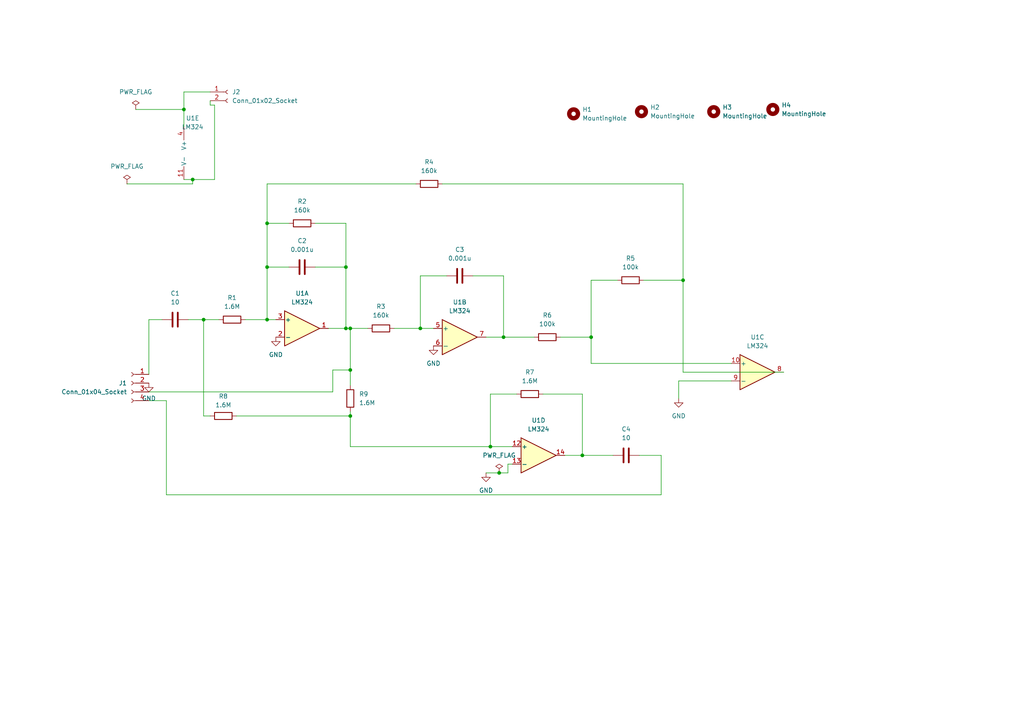
<source format=kicad_sch>
(kicad_sch (version 20230121) (generator eeschema)
  (paper "A4")
  (lib_symbols
    (symbol "Amplifier_Operational:LM324" (pin_names (offset 0.127))
      (property "Reference" "U" (at 0 5.08 0))
      (property "Value" "LM324" (at 0 -5.08 0))
      (symbol "LM324_1_1"
        (polyline (pts (xy -5.08 5.08) (xy 5.08 0) (xy -5.08 -5.08) (xy -5.08 5.08)) (stroke (width 0.254)) (fill (type background)))
        (pin output line (at 7.62 0 180) (length 2.54) (name "~") (number "1"))
        (pin input line (at -7.62 -2.54 0) (length 2.54) (name "-") (number "2"))
        (pin input line (at -7.62 2.54 0) (length 2.54) (name "+") (number "3"))
      )
      (symbol "LM324_2_1"
        (polyline (pts (xy -5.08 5.08) (xy 5.08 0) (xy -5.08 -5.08) (xy -5.08 5.08)) (stroke (width 0.254)) (fill (type background)))
        (pin input line (at -7.62 2.54 0) (length 2.54) (name "+") (number "5"))
        (pin input line (at -7.62 -2.54 0) (length 2.54) (name "-") (number "6"))
        (pin output line (at 7.62 0 180) (length 2.54) (name "~") (number "7"))
      )
      (symbol "LM324_3_1"
        (polyline (pts (xy -5.08 5.08) (xy 5.08 0) (xy -5.08 -5.08) (xy -5.08 5.08)) (stroke (width 0.254)) (fill (type background)))
        (pin input line (at -7.62 2.54 0) (length 2.54) (name "+") (number "10"))
        (pin output line (at 7.62 0 180) (length 2.54) (name "~") (number "8"))
        (pin input line (at -7.62 -2.54 0) (length 2.54) (name "-") (number "9"))
      )
      (symbol "LM324_4_1"
        (polyline (pts (xy -5.08 5.08) (xy 5.08 0) (xy -5.08 -5.08) (xy -5.08 5.08)) (stroke (width 0.254)) (fill (type background)))
        (pin input line (at -7.62 2.54 0) (length 2.54) (name "+") (number "12"))
        (pin input line (at -7.62 -2.54 0) (length 2.54) (name "-") (number "13"))
        (pin output line (at 7.62 0 180) (length 2.54) (name "~") (number "14"))
      )
      (symbol "LM324_5_1"
        (pin power_in line (at -2.54 -7.62 90) (length 3.81) (name "V-") (number "11"))
        (pin power_in line (at -2.54 7.62 270) (length 3.81) (name "V+") (number "4"))
      )
    )
    (symbol "Connector:Conn_01x02_Socket" (pin_names (offset 1.016) hide)
      (property "Reference" "J" (at 0 2.54 0))
      (property "Value" "Conn_01x02_Socket" (at 0 -5.08 0))
      (symbol "Conn_01x02_Socket_1_1"
        (arc (start 0 -2.032) (mid -0.5058 -2.54) (end 0 -3.048) (stroke (width 0.1524)))
        (polyline (pts (xy -1.27 -2.54) (xy -0.508 -2.54)) (stroke (width 0.1524)))
        (polyline (pts (xy -1.27 0) (xy -0.508 0)) (stroke (width 0.1524)))
        (arc (start 0 0.508) (mid -0.5058 0) (end 0 -0.508) (stroke (width 0.1524)))
        (pin passive line (at -5.08 0 0) (length 3.81) (name "Pin_1") (number "1"))
        (pin passive line (at -5.08 -2.54 0) (length 3.81) (name "Pin_2") (number "2"))
      )
    )
    (symbol "Connector:Conn_01x04_Socket" (pin_names (offset 1.016) hide)
      (property "Reference" "J" (at 0 5.08 0))
      (property "Value" "Conn_01x04_Socket" (at 0 -7.62 0))
      (symbol "Conn_01x04_Socket_1_1"
        (arc (start 0 -4.572) (mid -0.5058 -5.08) (end 0 -5.588) (stroke (width 0.1524)))
        (arc (start 0 -2.032) (mid -0.5058 -2.54) (end 0 -3.048) (stroke (width 0.1524)))
        (polyline (pts (xy -1.27 -5.08) (xy -0.508 -5.08)) (stroke (width 0.1524)))
        (polyline (pts (xy -1.27 -2.54) (xy -0.508 -2.54)) (stroke (width 0.1524)))
        (polyline (pts (xy -1.27 0) (xy -0.508 0)) (stroke (width 0.1524)))
        (polyline (pts (xy -1.27 2.54) (xy -0.508 2.54)) (stroke (width 0.1524)))
        (arc (start 0 0.508) (mid -0.5058 0) (end 0 -0.508) (stroke (width 0.1524)))
        (arc (start 0 3.048) (mid -0.5058 2.54) (end 0 2.032) (stroke (width 0.1524)))
        (pin passive line (at -5.08 2.54 0) (length 3.81) (name "Pin_1") (number "1"))
        (pin passive line (at -5.08 0 0) (length 3.81) (name "Pin_2") (number "2"))
        (pin passive line (at -5.08 -2.54 0) (length 3.81) (name "Pin_3") (number "3"))
        (pin passive line (at -5.08 -5.08 0) (length 3.81) (name "Pin_4") (number "4"))
      )
    )
    (symbol "Device:C" (pin_numbers hide) (pin_names (offset 0.254))
      (property "Reference" "C" (at 0.635 2.54 0))
      (property "Value" "C" (at 0.635 -2.54 0))
      (symbol "C_0_1"
        (polyline (pts (xy -2.032 -0.762) (xy 2.032 -0.762)) (stroke (width 0.508)))
        (polyline (pts (xy -2.032 0.762) (xy 2.032 0.762)) (stroke (width 0.508)))
      )
      (symbol "C_1_1"
        (pin passive line (at 0 3.81 270) (length 2.794) (name "~") (number "1"))
        (pin passive line (at 0 -3.81 90) (length 2.794) (name "~") (number "2"))
      )
    )
    (symbol "Device:R" (pin_numbers hide) (pin_names (offset 0))
      (property "Reference" "R" (at 2.032 0 90))
      (property "Value" "R" (at 0 0 90))
      (symbol "R_0_1"
        (rectangle (start -1.016 -2.54) (end 1.016 2.54) (stroke (width 0.254)))
      )
      (symbol "R_1_1"
        (pin passive line (at 0 3.81 270) (length 1.27) (name "~") (number "1"))
        (pin passive line (at 0 -3.81 90) (length 1.27) (name "~") (number "2"))
      )
    )
    (symbol "Mechanical:MountingHole" (pin_names (offset 1.016))
      (property "Reference" "H" (at 0 5.08 0))
      (property "Value" "MountingHole" (at 0 3.175 0))
      (symbol "MountingHole_0_1"
        (circle (center 0 0) (radius 1.27) (stroke (width 1.27)))
      )
    )
    (symbol "power:GND" (power) (pin_names (offset 0))
      (property "Value" "GND" (at 0 -3.81 0))
      (symbol "GND_0_1"
        (polyline (pts (xy 0 0) (xy 0 -1.27) (xy 1.27 -1.27) (xy 0 -2.54) (xy -1.27 -1.27) (xy 0 -1.27)))
      )
      (symbol "GND_1_1"
        (pin power_in line (at 0 0 270) (length 0) hide (name "GND") (number "1"))
      )
    )
    (symbol "power:PWR_FLAG" (power) (pin_numbers hide) (pin_names (offset 0) hide)
      (property "Value" "PWR_FLAG" (at 0 3.81 0))
      (symbol "PWR_FLAG_0_0"
        (pin power_out line (at 0 0 90) (length 0) (name "pwr") (number "1"))
      )
      (symbol "PWR_FLAG_0_1"
        (polyline (pts (xy 0 0) (xy 0 1.27) (xy -1.016 1.905) (xy 0 2.54) (xy 1.016 1.905) (xy 0 1.27)))
      )
    )
  )
  (junction (at 144.78 137.16))
  (junction (at 101.6 120.65))
  (junction (at 77.47 92.71))
  (junction (at 55.88 52.07))
  (junction (at 142.24 129.54))
  (junction (at 101.6 107.315))
  (junction (at 171.45 97.79))
  (junction (at 53.34 31.75))
  (junction (at 77.47 77.47))
  (junction (at 198.12 81.28))
  (junction (at 146.05 97.79))
  (junction (at 77.47 64.77))
  (junction (at 101.6 95.25))
  (junction (at 100.33 77.47))
  (junction (at 100.33 95.25))
  (junction (at 59.055 92.71))
  (junction (at 168.91 132.08))
  (junction (at 121.92 95.25))
  (wire (pts (xy 53.34 26.67) (xy 60.96 26.67)))
  (wire (pts (xy 96.52 107.315) (xy 101.6 107.315)))
  (wire (pts (xy 43.18 113.665) (xy 96.52 113.665)))
  (wire (pts (xy 146.05 80.01) (xy 146.05 97.79)))
  (wire (pts (xy 101.6 95.25) (xy 106.68 95.25)))
  (wire (pts (xy 54.61 92.71) (xy 59.055 92.71)))
  (wire (pts (xy 121.92 80.01) (xy 121.92 95.25)))
  (wire (pts (xy 101.6 95.25) (xy 101.6 107.315)))
  (wire (pts (xy 96.52 113.665) (xy 96.52 107.315)))
  (wire (pts (xy 77.47 53.34) (xy 77.47 64.77)))
  (wire (pts (xy 137.16 80.01) (xy 146.05 80.01)))
  (wire (pts (xy 146.05 97.79) (xy 154.94 97.79)))
  (wire (pts (xy 71.12 92.71) (xy 77.47 92.71)))
  (wire (pts (xy 43.18 116.205) (xy 48.26 116.205)))
  (wire (pts (xy 68.58 120.65) (xy 101.6 120.65)))
  (wire (pts (xy 191.77 143.51) (xy 191.77 132.08)))
  (wire (pts (xy 83.82 64.77) (xy 77.47 64.77)))
  (wire (pts (xy 157.48 114.3) (xy 168.91 114.3)))
  (wire (pts (xy 171.45 81.28) (xy 171.45 97.79)))
  (wire (pts (xy 148.59 129.54) (xy 142.24 129.54)))
  (wire (pts (xy 53.34 31.75) (xy 53.34 26.67)))
  (wire (pts (xy 39.37 31.75) (xy 53.34 31.75)))
  (wire (pts (xy 95.25 95.25) (xy 100.33 95.25)))
  (wire (pts (xy 144.78 137.16) (xy 147.32 137.16)))
  (wire (pts (xy 162.56 97.79) (xy 171.45 97.79)))
  (wire (pts (xy 168.91 132.08) (xy 177.8 132.08)))
  (wire (pts (xy 62.23 52.07) (xy 62.23 30.48)))
  (wire (pts (xy 59.055 120.65) (xy 60.96 120.65)))
  (wire (pts (xy 43.18 108.585) (xy 43.18 92.71)))
  (wire (pts (xy 48.26 116.205) (xy 48.26 143.51)))
  (wire (pts (xy 48.26 143.51) (xy 191.77 143.51)))
  (wire (pts (xy 62.23 30.48) (xy 60.96 30.48)))
  (wire (pts (xy 171.45 105.41) (xy 171.45 97.79)))
  (wire (pts (xy 59.055 92.71) (xy 63.5 92.71)))
  (wire (pts (xy 77.47 92.71) (xy 80.01 92.71)))
  (wire (pts (xy 101.6 107.315) (xy 101.6 111.76)))
  (wire (pts (xy 171.45 105.41) (xy 212.09 105.41)))
  (wire (pts (xy 53.34 36.83) (xy 53.34 31.75)))
  (wire (pts (xy 100.33 64.77) (xy 100.33 77.47)))
  (wire (pts (xy 59.055 120.65) (xy 59.055 92.71)))
  (wire (pts (xy 43.18 92.71) (xy 46.99 92.71)))
  (wire (pts (xy 129.54 80.01) (xy 121.92 80.01)))
  (wire (pts (xy 53.34 52.07) (xy 55.88 52.07)))
  (wire (pts (xy 77.47 77.47) (xy 77.47 92.71)))
  (wire (pts (xy 140.97 137.16) (xy 144.78 137.16)))
  (wire (pts (xy 142.24 129.54) (xy 142.24 114.3)))
  (wire (pts (xy 120.65 53.34) (xy 77.47 53.34)))
  (wire (pts (xy 140.97 97.79) (xy 146.05 97.79)))
  (wire (pts (xy 83.82 77.47) (xy 77.47 77.47)))
  (wire (pts (xy 198.12 81.28) (xy 198.12 107.95)))
  (wire (pts (xy 198.12 53.34) (xy 198.12 81.28)))
  (wire (pts (xy 163.83 132.08) (xy 168.91 132.08)))
  (wire (pts (xy 121.92 95.25) (xy 125.73 95.25)))
  (wire (pts (xy 212.09 110.49) (xy 196.85 110.49)))
  (wire (pts (xy 198.12 53.34) (xy 128.27 53.34)))
  (wire (pts (xy 147.32 134.62) (xy 148.59 134.62)))
  (wire (pts (xy 36.83 53.34) (xy 55.88 53.34)))
  (wire (pts (xy 55.88 52.07) (xy 62.23 52.07)))
  (wire (pts (xy 100.33 95.25) (xy 101.6 95.25)))
  (wire (pts (xy 101.6 129.54) (xy 142.24 129.54)))
  (wire (pts (xy 191.77 132.08) (xy 185.42 132.08)))
  (wire (pts (xy 100.33 77.47) (xy 100.33 95.25)))
  (wire (pts (xy 101.6 119.38) (xy 101.6 120.65)))
  (wire (pts (xy 227.33 107.95) (xy 198.12 107.95)))
  (wire (pts (xy 196.85 110.49) (xy 196.85 115.57)))
  (wire (pts (xy 55.88 53.34) (xy 55.88 52.07)))
  (wire (pts (xy 91.44 77.47) (xy 100.33 77.47)))
  (wire (pts (xy 77.47 64.77) (xy 77.47 77.47)))
  (wire (pts (xy 142.24 114.3) (xy 149.86 114.3)))
  (wire (pts (xy 114.3 95.25) (xy 121.92 95.25)))
  (wire (pts (xy 147.32 137.16) (xy 147.32 134.62)))
  (wire (pts (xy 186.69 81.28) (xy 198.12 81.28)))
  (wire (pts (xy 60.96 30.48) (xy 60.96 29.21)))
  (wire (pts (xy 91.44 64.77) (xy 100.33 64.77)))
  (wire (pts (xy 101.6 120.65) (xy 101.6 129.54)))
  (wire (pts (xy 179.07 81.28) (xy 171.45 81.28)))
  (wire (pts (xy 168.91 114.3) (xy 168.91 132.08)))
  (symbol (lib_id "Device:C") (at 133.35 80.01 90) (unit 1)
    (property "Reference" "C3" (at 133.35 72.39 90))
    (property "Value" "0.001u" (at 133.35 74.93 90))
    (property "Footprint" "Capacitor_THT:CP_Axial_L10.0mm_D4.5mm_P15.00mm_Horizontal" (effects hide))
  )
  (symbol (lib_id "Device:R") (at 182.88 81.28 90) (unit 1)
    (property "Reference" "R5" (at 182.88 74.93 90))
    (property "Value" "100k" (at 182.88 77.47 90))
    (property "Footprint" "Resistor_THT:R_Axial_DIN0207_L6.3mm_D2.5mm_P15.24mm_Horizontal" (effects hide))
  )
  (symbol (lib_id "Device:R") (at 67.31 92.71 90) (unit 1)
    (property "Reference" "R1" (at 67.31 86.36 90))
    (property "Value" "1.6M" (at 67.31 88.9 90))
    (property "Footprint" "Resistor_THT:R_Axial_DIN0207_L6.3mm_D2.5mm_P15.24mm_Horizontal" (effects hide))
  )
  (symbol (lib_id "Amplifier_Operational:LM324") (at 219.71 107.95 0) (unit 3)
    (property "Reference" "U1" (at 219.71 97.79 0))
    (property "Value" "LM324" (at 219.71 100.33 0))
    (property "Footprint" "Package_SO:SO-14_3.9x8.65mm_P1.27mm" (effects hide))
    (property "Datasheet" "http://www.ti.com/lit/ds/symlink/lm2902-n.pdf" (effects hide))
  )
  (symbol (lib_id "power:PWR_FLAG") (at 36.83 53.34 0) (unit 1)
    (property "Reference" "#FLG02" (effects hide))
    (property "Value" "PWR_FLAG" (at 36.83 48.26 0))
  )
  (symbol (lib_id "Connector:Conn_01x02_Socket") (at 66.04 26.67 0) (unit 1)
    (property "Reference" "J2" (at 67.31 26.67 0) (effects (justify left)))
    (property "Value" "Conn_01x02_Socket" (at 67.31 29.21 0) (effects (justify left)))
    (property "Footprint" "Connector_PinSocket_2.54mm:PinSocket_1x02_P2.54mm_Vertical" (effects hide))
  )
  (symbol (lib_id "Amplifier_Operational:LM324") (at 55.88 44.45 0) (unit 5)
    (property "Reference" "U1" (at 55.88 34.29 0))
    (property "Value" "LM324" (at 55.88 36.83 0))
    (property "Footprint" "Package_SO:SO-14_3.9x8.65mm_P1.27mm" (effects hide))
    (property "Datasheet" "http://www.ti.com/lit/ds/symlink/lm2902-n.pdf" (effects hide))
  )
  (symbol (lib_id "Amplifier_Operational:LM324") (at 156.21 132.08 0) (unit 4)
    (property "Reference" "U1" (at 156.21 121.92 0))
    (property "Value" "LM324" (at 156.21 124.46 0))
    (property "Footprint" "Package_SO:SO-14_3.9x8.65mm_P1.27mm" (effects hide))
    (property "Datasheet" "http://www.ti.com/lit/ds/symlink/lm2902-n.pdf" (effects hide))
  )
  (symbol (lib_id "Device:R") (at 124.46 53.34 90) (unit 1)
    (property "Reference" "R4" (at 124.46 46.99 90))
    (property "Value" "160k" (at 124.46 49.53 90))
    (property "Footprint" "Resistor_THT:R_Axial_DIN0207_L6.3mm_D2.5mm_P15.24mm_Horizontal" (effects hide))
  )
  (symbol (lib_id "Device:R") (at 64.77 120.65 90) (unit 1)
    (property "Reference" "R8" (at 64.77 114.935 90))
    (property "Value" "1.6M" (at 64.77 117.475 90))
    (property "Footprint" "Resistor_THT:R_Axial_DIN0207_L6.3mm_D2.5mm_P15.24mm_Horizontal" (effects hide))
  )
  (symbol (lib_id "Amplifier_Operational:LM324") (at 87.63 95.25 0) (unit 1)
    (property "Reference" "U1" (at 87.63 85.09 0))
    (property "Value" "LM324" (at 87.63 87.63 0))
    (property "Footprint" "Package_SO:SO-14_3.9x8.65mm_P1.27mm" (effects hide))
    (property "Datasheet" "http://www.ti.com/lit/ds/symlink/lm2902-n.pdf" (effects hide))
  )
  (symbol (lib_id "power:GND") (at 196.85 115.57 0) (unit 1)
    (property "Reference" "#PWR03" (effects hide))
    (property "Value" "GND" (at 196.85 120.65 0))
  )
  (symbol (lib_id "Device:C") (at 50.8 92.71 90) (unit 1)
    (property "Reference" "C1" (at 50.8 85.09 90))
    (property "Value" "10" (at 50.8 87.63 90))
    (property "Footprint" "Capacitor_THT:CP_Axial_L10.0mm_D4.5mm_P15.00mm_Horizontal" (effects hide))
  )
  (symbol (lib_id "Mechanical:MountingHole") (at 186.055 32.385 0) (unit 1)
    (property "Reference" "H2" (at 188.595 31.115 0) (effects (justify left)))
    (property "Value" "MountingHole" (at 188.595 33.655 0) (effects (justify left)))
    (property "Footprint" "MountingHole:MountingHole_3.5mm" (effects hide))
  )
  (symbol (lib_id "power:GND") (at 43.18 111.125 0) (unit 1)
    (property "Reference" "#PWR05" (effects hide))
    (property "Value" "GND" (at 43.18 115.57 0))
  )
  (symbol (lib_id "power:GND") (at 125.73 100.33 0) (unit 1)
    (property "Reference" "#PWR02" (effects hide))
    (property "Value" "GND" (at 125.73 105.41 0))
  )
  (symbol (lib_id "Device:C") (at 181.61 132.08 90) (unit 1)
    (property "Reference" "C4" (at 181.61 124.46 90))
    (property "Value" "10" (at 181.61 127 90))
    (property "Footprint" "Capacitor_THT:CP_Axial_L10.0mm_D4.5mm_P15.00mm_Horizontal" (effects hide))
  )
  (symbol (lib_id "power:GND") (at 80.01 97.79 0) (unit 1)
    (property "Reference" "#PWR01" (effects hide))
    (property "Value" "GND" (at 80.01 102.87 0))
  )
  (symbol (lib_id "Mechanical:MountingHole") (at 207.01 32.385 0) (unit 1)
    (property "Reference" "H3" (at 209.55 31.115 0) (effects (justify left)))
    (property "Value" "MountingHole" (at 209.55 33.655 0) (effects (justify left)))
    (property "Footprint" "MountingHole:MountingHole_3.5mm" (effects hide))
  )
  (symbol (lib_id "Device:R") (at 101.6 115.57 180) (unit 1)
    (property "Reference" "R9" (at 104.14 114.3 0) (effects (justify right)))
    (property "Value" "1.6M" (at 104.14 116.84 0) (effects (justify right)))
    (property "Footprint" "Resistor_THT:R_Axial_DIN0207_L6.3mm_D2.5mm_P15.24mm_Horizontal" (effects hide))
  )
  (symbol (lib_id "power:PWR_FLAG") (at 39.37 31.75 0) (unit 1)
    (property "Reference" "#FLG01" (effects hide))
    (property "Value" "PWR_FLAG" (at 39.37 26.67 0))
  )
  (symbol (lib_id "Amplifier_Operational:LM324") (at 133.35 97.79 0) (unit 2)
    (property "Reference" "U1" (at 133.35 87.63 0))
    (property "Value" "LM324" (at 133.35 90.17 0))
    (property "Footprint" "Package_SO:SO-14_3.9x8.65mm_P1.27mm" (effects hide))
    (property "Datasheet" "http://www.ti.com/lit/ds/symlink/lm2902-n.pdf" (effects hide))
  )
  (symbol (lib_id "Device:R") (at 158.75 97.79 90) (unit 1)
    (property "Reference" "R6" (at 158.75 91.44 90))
    (property "Value" "100k" (at 158.75 93.98 90))
    (property "Footprint" "Resistor_THT:R_Axial_DIN0207_L6.3mm_D2.5mm_P15.24mm_Horizontal" (effects hide))
  )
  (symbol (lib_id "Mechanical:MountingHole") (at 224.155 31.75 0) (unit 1)
    (property "Reference" "H4" (at 226.695 30.48 0) (effects (justify left)))
    (property "Value" "MountingHole" (at 226.695 33.02 0) (effects (justify left)))
    (property "Footprint" "MountingHole:MountingHole_3.5mm" (effects hide))
  )
  (symbol (lib_id "power:PWR_FLAG") (at 144.78 137.16 0) (unit 1)
    (property "Reference" "#FLG03" (effects hide))
    (property "Value" "PWR_FLAG" (at 144.78 132.08 0))
  )
  (symbol (lib_id "Mechanical:MountingHole") (at 166.37 33.02 0) (unit 1)
    (property "Reference" "H1" (at 168.91 31.75 0) (effects (justify left)))
    (property "Value" "MountingHole" (at 168.91 34.29 0) (effects (justify left)))
    (property "Footprint" "MountingHole:MountingHole_3.5mm" (effects hide))
  )
  (symbol (lib_id "Connector:Conn_01x04_Socket") (at 38.1 111.125 0) (mirror y) (unit 1)
    (property "Reference" "J1" (at 36.83 111.125 0) (effects (justify left)))
    (property "Value" "Conn_01x04_Socket" (at 36.83 113.665 0) (effects (justify left)))
    (property "Footprint" "Connector_PinSocket_2.54mm:PinSocket_1x04_P2.54mm_Vertical" (effects hide))
  )
  (symbol (lib_id "Device:C") (at 87.63 77.47 90) (unit 1)
    (property "Reference" "C2" (at 87.63 69.85 90))
    (property "Value" "0.001u" (at 87.63 72.39 90))
    (property "Footprint" "Capacitor_THT:CP_Axial_L10.0mm_D4.5mm_P15.00mm_Horizontal" (effects hide))
  )
  (symbol (lib_id "Device:R") (at 110.49 95.25 90) (unit 1)
    (property "Reference" "R3" (at 110.49 88.9 90))
    (property "Value" "160k" (at 110.49 91.44 90))
    (property "Footprint" "Resistor_THT:R_Axial_DIN0207_L6.3mm_D2.5mm_P15.24mm_Horizontal" (effects hide))
  )
  (symbol (lib_id "Device:R") (at 87.63 64.77 90) (unit 1)
    (property "Reference" "R2" (at 87.63 58.42 90))
    (property "Value" "160k" (at 87.63 60.96 90))
    (property "Footprint" "Resistor_THT:R_Axial_DIN0207_L6.3mm_D2.5mm_P15.24mm_Horizontal" (effects hide))
  )
  (symbol (lib_id "power:GND") (at 140.97 137.16 0) (unit 1)
    (property "Reference" "#PWR04" (effects hide))
    (property "Value" "GND" (at 140.97 142.24 0))
  )
  (symbol (lib_id "Device:R") (at 153.67 114.3 90) (unit 1)
    (property "Reference" "R7" (at 153.67 107.95 90))
    (property "Value" "1.6M" (at 153.67 110.49 90))
    (property "Footprint" "Resistor_THT:R_Axial_DIN0207_L6.3mm_D2.5mm_P15.24mm_Horizontal" (effects hide))
  )
)
</source>
